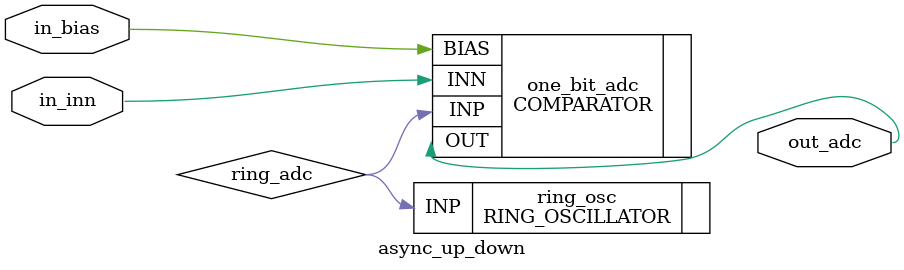
<source format=v>
module async_up_down(
    input wire in_bias,
    input wire in_inn,
    output wire  out_adc
);

wire ring_adc;

RING_OSCILLATOR ring_osc(
    .INP(ring_adc)
);

COMPARATOR one_bit_adc(
    .INP(ring_adc),
    .INN(in_inn),
    .BIAS(in_bias),
    .OUT(out_adc)
);

endmodule


</source>
